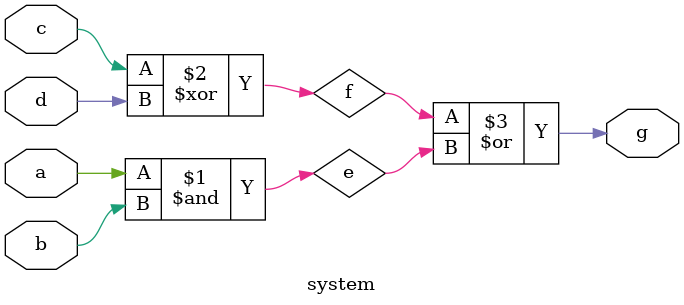
<source format=v>
module system(a, b, c, d, g);
	input wire a, b, c, d;
	output wire g;
	wire e, f;

and(e, a, b);
xor(f, c, d);
or(g, f, e);

endmodule
</source>
